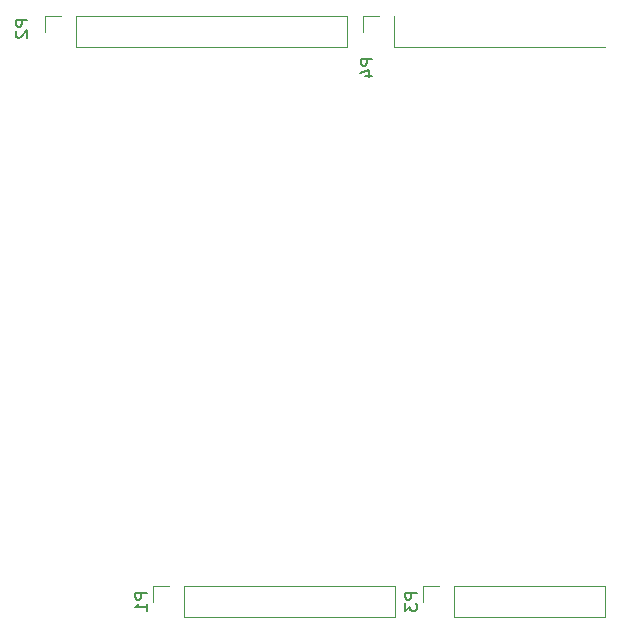
<source format=gbr>
%TF.GenerationSoftware,KiCad,Pcbnew,7.0.1*%
%TF.CreationDate,2023-05-13T15:10:29+02:00*%
%TF.ProjectId,Lab1_SDHD,4c616231-5f53-4444-9844-2e6b69636164,v 1.4*%
%TF.SameCoordinates,Original*%
%TF.FileFunction,Legend,Bot*%
%TF.FilePolarity,Positive*%
%FSLAX46Y46*%
G04 Gerber Fmt 4.6, Leading zero omitted, Abs format (unit mm)*
G04 Created by KiCad (PCBNEW 7.0.1) date 2023-05-13 15:10:29*
%MOMM*%
%LPD*%
G01*
G04 APERTURE LIST*
%ADD10C,0.150000*%
%ADD11C,0.120000*%
G04 APERTURE END LIST*
D10*
X126072619Y-96721905D02*
X125072619Y-96721905D01*
X125072619Y-96721905D02*
X125072619Y-97102857D01*
X125072619Y-97102857D02*
X125120238Y-97198095D01*
X125120238Y-97198095D02*
X125167857Y-97245714D01*
X125167857Y-97245714D02*
X125263095Y-97293333D01*
X125263095Y-97293333D02*
X125405952Y-97293333D01*
X125405952Y-97293333D02*
X125501190Y-97245714D01*
X125501190Y-97245714D02*
X125548809Y-97198095D01*
X125548809Y-97198095D02*
X125596428Y-97102857D01*
X125596428Y-97102857D02*
X125596428Y-96721905D01*
X126072619Y-98245714D02*
X126072619Y-97674286D01*
X126072619Y-97960000D02*
X125072619Y-97960000D01*
X125072619Y-97960000D02*
X125215476Y-97864762D01*
X125215476Y-97864762D02*
X125310714Y-97769524D01*
X125310714Y-97769524D02*
X125358333Y-97674286D01*
X148932619Y-96721905D02*
X147932619Y-96721905D01*
X147932619Y-96721905D02*
X147932619Y-97102857D01*
X147932619Y-97102857D02*
X147980238Y-97198095D01*
X147980238Y-97198095D02*
X148027857Y-97245714D01*
X148027857Y-97245714D02*
X148123095Y-97293333D01*
X148123095Y-97293333D02*
X148265952Y-97293333D01*
X148265952Y-97293333D02*
X148361190Y-97245714D01*
X148361190Y-97245714D02*
X148408809Y-97198095D01*
X148408809Y-97198095D02*
X148456428Y-97102857D01*
X148456428Y-97102857D02*
X148456428Y-96721905D01*
X147932619Y-97626667D02*
X147932619Y-98245714D01*
X147932619Y-98245714D02*
X148313571Y-97912381D01*
X148313571Y-97912381D02*
X148313571Y-98055238D01*
X148313571Y-98055238D02*
X148361190Y-98150476D01*
X148361190Y-98150476D02*
X148408809Y-98198095D01*
X148408809Y-98198095D02*
X148504047Y-98245714D01*
X148504047Y-98245714D02*
X148742142Y-98245714D01*
X148742142Y-98245714D02*
X148837380Y-98198095D01*
X148837380Y-98198095D02*
X148885000Y-98150476D01*
X148885000Y-98150476D02*
X148932619Y-98055238D01*
X148932619Y-98055238D02*
X148932619Y-97769524D01*
X148932619Y-97769524D02*
X148885000Y-97674286D01*
X148885000Y-97674286D02*
X148837380Y-97626667D01*
X115956619Y-48207905D02*
X114956619Y-48207905D01*
X114956619Y-48207905D02*
X114956619Y-48588857D01*
X114956619Y-48588857D02*
X115004238Y-48684095D01*
X115004238Y-48684095D02*
X115051857Y-48731714D01*
X115051857Y-48731714D02*
X115147095Y-48779333D01*
X115147095Y-48779333D02*
X115289952Y-48779333D01*
X115289952Y-48779333D02*
X115385190Y-48731714D01*
X115385190Y-48731714D02*
X115432809Y-48684095D01*
X115432809Y-48684095D02*
X115480428Y-48588857D01*
X115480428Y-48588857D02*
X115480428Y-48207905D01*
X115051857Y-49160286D02*
X115004238Y-49207905D01*
X115004238Y-49207905D02*
X114956619Y-49303143D01*
X114956619Y-49303143D02*
X114956619Y-49541238D01*
X114956619Y-49541238D02*
X115004238Y-49636476D01*
X115004238Y-49636476D02*
X115051857Y-49684095D01*
X115051857Y-49684095D02*
X115147095Y-49731714D01*
X115147095Y-49731714D02*
X115242333Y-49731714D01*
X115242333Y-49731714D02*
X115385190Y-49684095D01*
X115385190Y-49684095D02*
X115956619Y-49112667D01*
X115956619Y-49112667D02*
X115956619Y-49731714D01*
X145166619Y-51509905D02*
X144166619Y-51509905D01*
X144166619Y-51509905D02*
X144166619Y-51890857D01*
X144166619Y-51890857D02*
X144214238Y-51986095D01*
X144214238Y-51986095D02*
X144261857Y-52033714D01*
X144261857Y-52033714D02*
X144357095Y-52081333D01*
X144357095Y-52081333D02*
X144499952Y-52081333D01*
X144499952Y-52081333D02*
X144595190Y-52033714D01*
X144595190Y-52033714D02*
X144642809Y-51986095D01*
X144642809Y-51986095D02*
X144690428Y-51890857D01*
X144690428Y-51890857D02*
X144690428Y-51509905D01*
X144499952Y-52938476D02*
X145166619Y-52938476D01*
X144119000Y-52700381D02*
X144833285Y-52462286D01*
X144833285Y-52462286D02*
X144833285Y-53081333D01*
D11*
X147050000Y-96130000D02*
X147050000Y-98790000D01*
X129210000Y-96130000D02*
X147050000Y-96130000D01*
X129210000Y-96130000D02*
X129210000Y-98790000D01*
X127940000Y-96130000D02*
X126610000Y-96130000D01*
X126610000Y-96130000D02*
X126610000Y-97460000D01*
X129210000Y-98790000D02*
X147050000Y-98790000D01*
X164830000Y-96130000D02*
X164830000Y-98790000D01*
X152070000Y-96130000D02*
X164830000Y-96130000D01*
X152070000Y-96130000D02*
X152070000Y-98790000D01*
X150800000Y-96130000D02*
X149470000Y-96130000D01*
X149470000Y-96130000D02*
X149470000Y-97460000D01*
X152070000Y-98790000D02*
X164830000Y-98790000D01*
X142986000Y-47870000D02*
X142986000Y-50530000D01*
X120066000Y-47870000D02*
X142986000Y-47870000D01*
X120066000Y-47870000D02*
X120066000Y-50530000D01*
X118796000Y-47870000D02*
X117466000Y-47870000D01*
X117466000Y-47870000D02*
X117466000Y-49200000D01*
X120066000Y-50530000D02*
X142986000Y-50530000D01*
X146990000Y-47870000D02*
X146990000Y-50530000D01*
X145720000Y-47870000D02*
X144390000Y-47870000D01*
X144390000Y-47870000D02*
X144390000Y-49200000D01*
X146990000Y-50530000D02*
X164830000Y-50530000D01*
M02*

</source>
